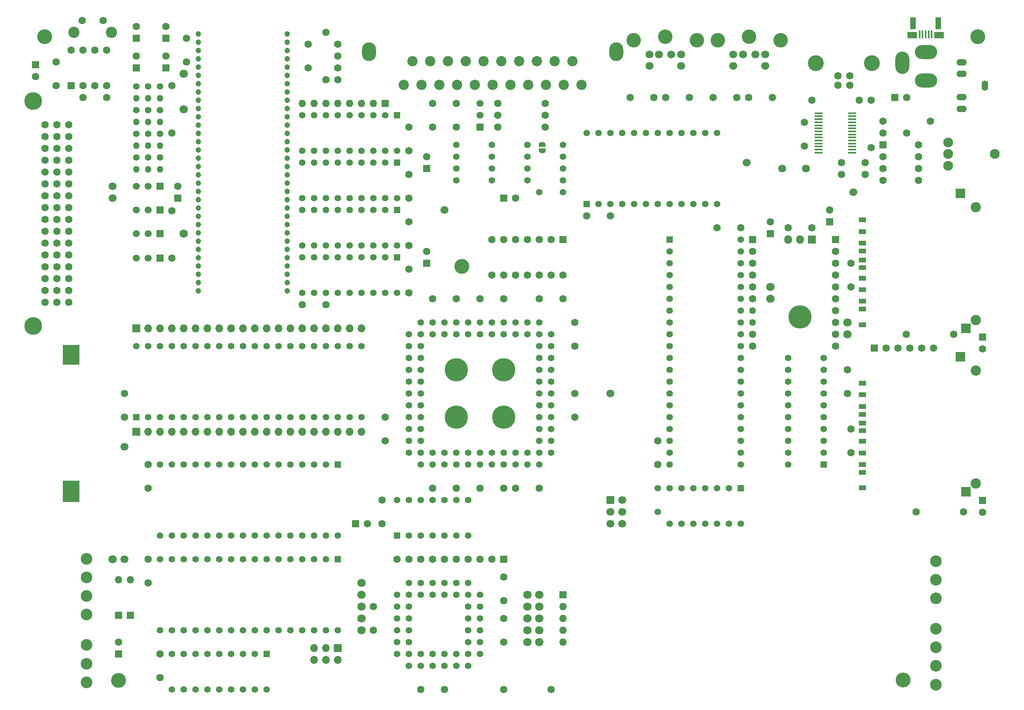
<source format=gts>
G04 #@! TF.GenerationSoftware,KiCad,Pcbnew,5.1.10*
G04 #@! TF.CreationDate,2021-05-26T01:04:42+02:00*
G04 #@! TF.ProjectId,main,6d61696e-2e6b-4696-9361-645f70636258,rev?*
G04 #@! TF.SameCoordinates,Original*
G04 #@! TF.FileFunction,Soldermask,Top*
G04 #@! TF.FilePolarity,Negative*
%FSLAX46Y46*%
G04 Gerber Fmt 4.6, Leading zero omitted, Abs format (unit mm)*
G04 Created by KiCad (PCBNEW 5.1.10) date 2021-05-26 01:04:42*
%MOMM*%
%LPD*%
G01*
G04 APERTURE LIST*
%ADD10C,1.422400*%
%ADD11R,1.422400X1.422400*%
%ADD12O,1.700000X1.700000*%
%ADD13R,1.700000X1.700000*%
%ADD14C,1.700000*%
%ADD15C,3.200000*%
%ADD16C,5.000000*%
%ADD17R,1.600000X1.600000*%
%ADD18C,1.600000*%
%ADD19C,3.800000*%
%ADD20C,2.100000*%
%ADD21R,1.750000X0.440000*%
%ADD22O,1.600000X1.600000*%
%ADD23C,2.200000*%
%ADD24O,3.000000X4.000000*%
%ADD25R,3.599180X4.599940*%
%ADD26R,3.599180X4.200000*%
%ADD27R,1.498600X0.998220*%
%ADD28R,2.000000X2.000000*%
%ADD29C,3.100000*%
%ADD30C,2.500000*%
%ADD31O,1.400000X2.200000*%
%ADD32O,2.200000X1.400000*%
%ADD33C,0.100000*%
%ADD34C,2.400000*%
%ADD35C,1.200000*%
%ADD36R,1.520000X1.520000*%
%ADD37C,1.520000*%
%ADD38C,1.800000*%
%ADD39O,1.400000X1.400000*%
%ADD40C,1.400000*%
%ADD41O,1.800000X1.800000*%
%ADD42R,1.800000X1.800000*%
%ADD43C,1.442000*%
%ADD44R,0.400000X1.750000*%
%ADD45R,2.000000X1.460000*%
%ADD46R,1.300000X2.600000*%
%ADD47O,4.800600X3.000000*%
%ADD48O,3.000000X4.800600*%
%ADD49C,3.400000*%
G04 APERTURE END LIST*
D10*
X170180000Y-124460000D03*
X154940000Y-116840000D03*
X167640000Y-124460000D03*
X157480000Y-116840000D03*
X165100000Y-124460000D03*
X160020000Y-116840000D03*
X162560000Y-124460000D03*
X162560000Y-116840000D03*
X160020000Y-124460000D03*
X165100000Y-116840000D03*
X157480000Y-124460000D03*
X167640000Y-116840000D03*
X154940000Y-124460000D03*
D11*
X170180000Y-116840000D03*
D12*
X78740000Y-153670000D03*
X78740000Y-151130000D03*
X81280000Y-153670000D03*
X81280000Y-151130000D03*
X83820000Y-153670000D03*
D13*
X83820000Y-151130000D03*
D14*
X179070000Y-48260000D03*
X194310000Y-53340000D03*
X142240000Y-96520000D03*
X171450000Y-46990000D03*
X184150000Y-48260000D03*
X106680000Y-57150000D03*
X35560000Y-52070000D03*
X38100000Y-107950000D03*
X38100000Y-132080000D03*
D15*
X21000000Y-20000000D03*
D10*
X137160000Y-40640000D03*
X165100000Y-55880000D03*
X139700000Y-40640000D03*
X162560000Y-55880000D03*
X142240000Y-40640000D03*
X160020000Y-55880000D03*
X144780000Y-40640000D03*
X157480000Y-55880000D03*
X147320000Y-40640000D03*
X154940000Y-55880000D03*
X149860000Y-40640000D03*
X152400000Y-55880000D03*
X152400000Y-40640000D03*
X149860000Y-55880000D03*
X154940000Y-40640000D03*
X147320000Y-55880000D03*
X157480000Y-40640000D03*
X144780000Y-55880000D03*
X160020000Y-40640000D03*
X142240000Y-55880000D03*
X162560000Y-40640000D03*
X139700000Y-55880000D03*
X165100000Y-40640000D03*
D11*
X137160000Y-55880000D03*
D10*
X114300000Y-83820000D03*
X114300000Y-81280000D03*
X111760000Y-81280000D03*
X111760000Y-83820000D03*
X109220000Y-81280000D03*
X109220000Y-83820000D03*
X106680000Y-81280000D03*
X106680000Y-83820000D03*
X104140000Y-81280000D03*
X104140000Y-83820000D03*
X101600000Y-81280000D03*
X99060000Y-83820000D03*
X101600000Y-83820000D03*
X99060000Y-86360000D03*
X101600000Y-86360000D03*
X99060000Y-88900000D03*
X101600000Y-88900000D03*
X99060000Y-91440000D03*
X101600000Y-91440000D03*
X99060000Y-93980000D03*
X101600000Y-93980000D03*
X99060000Y-96520000D03*
X101600000Y-96520000D03*
X99060000Y-99060000D03*
X101600000Y-99060000D03*
X99060000Y-101600000D03*
X101600000Y-101600000D03*
X99060000Y-109220000D03*
X99060000Y-104140000D03*
X101600000Y-104140000D03*
X99060000Y-106680000D03*
X101600000Y-106680000D03*
X101600000Y-111760000D03*
X101600000Y-109220000D03*
X104140000Y-111760000D03*
X104140000Y-109220000D03*
X106680000Y-111760000D03*
X106680000Y-109220000D03*
X109220000Y-111760000D03*
X109220000Y-109220000D03*
X111760000Y-111760000D03*
X111760000Y-109220000D03*
X114300000Y-111760000D03*
X114300000Y-109220000D03*
X116840000Y-111760000D03*
X116840000Y-109220000D03*
X119380000Y-111760000D03*
X119380000Y-109220000D03*
X121920000Y-111760000D03*
X121920000Y-109220000D03*
X124460000Y-111760000D03*
X124460000Y-109220000D03*
X127000000Y-111760000D03*
X129540000Y-109220000D03*
X127000000Y-109220000D03*
X129540000Y-106680000D03*
X127000000Y-106680000D03*
X129540000Y-104140000D03*
X127000000Y-104140000D03*
X129540000Y-101600000D03*
X127000000Y-101600000D03*
X129540000Y-99060000D03*
X127000000Y-99060000D03*
X129540000Y-96520000D03*
X127000000Y-96520000D03*
X129540000Y-93980000D03*
X127000000Y-93980000D03*
X129540000Y-91440000D03*
X127000000Y-91440000D03*
X129540000Y-88900000D03*
X127000000Y-88900000D03*
X129540000Y-86360000D03*
X127000000Y-86360000D03*
X129540000Y-83820000D03*
X127000000Y-81280000D03*
X127000000Y-83820000D03*
X124460000Y-81280000D03*
X124460000Y-83820000D03*
X121920000Y-81280000D03*
X121920000Y-83820000D03*
X119380000Y-81280000D03*
X119380000Y-83820000D03*
X116840000Y-81280000D03*
X116840000Y-83820000D03*
D16*
X109220000Y-101600000D03*
X119380000Y-101600000D03*
X119380000Y-91440000D03*
X109220000Y-91440000D03*
D17*
X132080000Y-63500000D03*
D18*
X116840000Y-71120000D03*
X129540000Y-63500000D03*
X119380000Y-71120000D03*
X127000000Y-63500000D03*
X121920000Y-71120000D03*
X124460000Y-63500000D03*
X124460000Y-71120000D03*
X121920000Y-63500000D03*
X127000000Y-71120000D03*
X119380000Y-63500000D03*
X129540000Y-71120000D03*
X116840000Y-63500000D03*
X132080000Y-71120000D03*
D10*
X96520000Y-74930000D03*
X76200000Y-67310000D03*
X93980000Y-74930000D03*
X78740000Y-67310000D03*
X91440000Y-74930000D03*
X81280000Y-67310000D03*
X88900000Y-74930000D03*
X83820000Y-67310000D03*
X86360000Y-74930000D03*
X86360000Y-67310000D03*
X83820000Y-74930000D03*
X88900000Y-67310000D03*
X81280000Y-74930000D03*
X91440000Y-67310000D03*
X78740000Y-74930000D03*
X93980000Y-67310000D03*
X76200000Y-74930000D03*
D11*
X96520000Y-67310000D03*
D15*
X110439200Y-69240400D03*
X205000000Y-158000000D03*
D18*
X26180000Y-77000000D03*
X26180000Y-74460000D03*
X26180000Y-71920000D03*
X26180000Y-69380000D03*
X26180000Y-66840000D03*
X26180000Y-64300000D03*
X26180000Y-61760000D03*
X26180000Y-59220000D03*
X26180000Y-56680000D03*
X26180000Y-54140000D03*
X26180000Y-51600000D03*
X26180000Y-49060000D03*
X26180000Y-46520000D03*
X26180000Y-43980000D03*
X26180000Y-41440000D03*
X26180000Y-38900000D03*
X23640000Y-77000000D03*
X23640000Y-74460000D03*
X23640000Y-71920000D03*
X23640000Y-69380000D03*
X23640000Y-66840000D03*
X23640000Y-64300000D03*
X23640000Y-61760000D03*
X23640000Y-59220000D03*
X23640000Y-56680000D03*
X23640000Y-54140000D03*
X23640000Y-51600000D03*
X23640000Y-49060000D03*
X23640000Y-46520000D03*
X23640000Y-43980000D03*
X23640000Y-41440000D03*
X23640000Y-38900000D03*
X21100000Y-77000000D03*
X21100000Y-74460000D03*
X21100000Y-71920000D03*
X21100000Y-69380000D03*
X21100000Y-66840000D03*
X21100000Y-64300000D03*
X21100000Y-61760000D03*
X21100000Y-59220000D03*
X21100000Y-56680000D03*
X21100000Y-54140000D03*
X21100000Y-51600000D03*
X21100000Y-49060000D03*
X21100000Y-46520000D03*
X21100000Y-43980000D03*
X21100000Y-41440000D03*
D19*
X18560000Y-82080000D03*
X18560000Y-33820000D03*
D18*
X21100000Y-38900000D03*
D20*
X214630000Y-42680000D03*
X214630000Y-45180000D03*
X214630000Y-47680000D03*
X224630000Y-45180000D03*
D21*
X194100000Y-36415000D03*
X194100000Y-37065000D03*
X194100000Y-37715000D03*
X194100000Y-38365000D03*
X194100000Y-39015000D03*
X194100000Y-39665000D03*
X194100000Y-40315000D03*
X194100000Y-40965000D03*
X194100000Y-41615000D03*
X194100000Y-42265000D03*
X194100000Y-42915000D03*
X194100000Y-43565000D03*
X194100000Y-44215000D03*
X194100000Y-44865000D03*
X186900000Y-44865000D03*
X186900000Y-44215000D03*
X186900000Y-43565000D03*
X186900000Y-42915000D03*
X186900000Y-42265000D03*
X186900000Y-41615000D03*
X186900000Y-40965000D03*
X186900000Y-40315000D03*
X186900000Y-39665000D03*
X186900000Y-39015000D03*
X186900000Y-38365000D03*
X186900000Y-37715000D03*
X186900000Y-37065000D03*
X186900000Y-36415000D03*
D10*
X68580000Y-160020000D03*
X48260000Y-152400000D03*
X66040000Y-160020000D03*
X50800000Y-152400000D03*
X63500000Y-160020000D03*
X53340000Y-152400000D03*
X60960000Y-160020000D03*
X55880000Y-152400000D03*
X58420000Y-160020000D03*
X58420000Y-152400000D03*
X55880000Y-160020000D03*
X60960000Y-152400000D03*
X53340000Y-160020000D03*
X63500000Y-152400000D03*
X50800000Y-160020000D03*
X66040000Y-152400000D03*
X48260000Y-160020000D03*
D11*
X68580000Y-152400000D03*
D17*
X39370000Y-144145000D03*
D22*
X39370000Y-136525000D03*
D10*
X40640000Y-86360000D03*
X88900000Y-101600000D03*
X43180000Y-86360000D03*
X86360000Y-101600000D03*
X45720000Y-86360000D03*
X83820000Y-101600000D03*
X48260000Y-86360000D03*
X81280000Y-101600000D03*
X50800000Y-86360000D03*
X78740000Y-101600000D03*
X53340000Y-86360000D03*
X76200000Y-101600000D03*
X55880000Y-86360000D03*
X73660000Y-101600000D03*
X58420000Y-86360000D03*
X71120000Y-101600000D03*
X60960000Y-86360000D03*
X68580000Y-101600000D03*
X63500000Y-86360000D03*
X66040000Y-101600000D03*
X66040000Y-86360000D03*
X63500000Y-101600000D03*
X68580000Y-86360000D03*
X60960000Y-101600000D03*
X71120000Y-86360000D03*
X58420000Y-101600000D03*
X73660000Y-86360000D03*
X55880000Y-101600000D03*
X76200000Y-86360000D03*
X53340000Y-101600000D03*
X78740000Y-86360000D03*
X50800000Y-101600000D03*
X81280000Y-86360000D03*
X48260000Y-101600000D03*
X83820000Y-86360000D03*
X45720000Y-101600000D03*
X86360000Y-86360000D03*
X43180000Y-101600000D03*
X88900000Y-86360000D03*
D11*
X40640000Y-101600000D03*
D15*
X221000000Y-20000000D03*
X36830000Y-158115000D03*
D23*
X97950000Y-30298640D03*
X99855000Y-25218640D03*
X101760000Y-30298640D03*
X103665000Y-25218640D03*
X105570000Y-30298640D03*
X107475000Y-25218640D03*
X109380000Y-30298640D03*
X111285000Y-25218640D03*
X113190000Y-30298640D03*
X115095000Y-25218640D03*
X117000000Y-30298640D03*
X118905000Y-25218640D03*
X120810000Y-30298640D03*
X122715000Y-25218640D03*
X124620000Y-30298640D03*
X126525000Y-25218640D03*
X128430000Y-30298640D03*
X130335000Y-25218640D03*
X132240000Y-30298640D03*
X134145000Y-25218640D03*
X136050000Y-30298640D03*
D24*
X90500180Y-23219660D03*
X143499820Y-23219660D03*
D25*
X26670000Y-117520720D03*
D26*
X26670000Y-88219280D03*
D18*
X132080000Y-76200000D03*
X127000000Y-76200000D03*
X38100000Y-101600000D03*
X38100000Y-96520000D03*
X43180000Y-116840000D03*
X43180000Y-111760000D03*
X43180000Y-132080000D03*
X43180000Y-137160000D03*
X93345000Y-119380000D03*
X93345000Y-124460000D03*
X23495000Y-30480000D03*
X23495000Y-25400000D03*
X29210000Y-33020000D03*
X34290000Y-33020000D03*
D17*
X19050000Y-26035000D03*
D18*
X19050000Y-28575000D03*
X114300000Y-76200000D03*
X119380000Y-76200000D03*
X134620000Y-86360000D03*
X134620000Y-81280000D03*
X134620000Y-96520000D03*
X134620000Y-101600000D03*
X114300000Y-116840000D03*
X119380000Y-116840000D03*
X127000000Y-116840000D03*
X121920000Y-116840000D03*
X109220000Y-116840000D03*
X104140000Y-116840000D03*
X93980000Y-101600000D03*
X93980000Y-106680000D03*
X109220000Y-76200000D03*
X104140000Y-76200000D03*
X83820000Y-24130000D03*
X83820000Y-21590000D03*
X83820000Y-29210000D03*
X83820000Y-26670000D03*
X99060000Y-69850000D03*
X99060000Y-74930000D03*
X99060000Y-64770000D03*
X99060000Y-59690000D03*
X99060000Y-49530000D03*
X99060000Y-54610000D03*
X99060000Y-44450000D03*
X99060000Y-39370000D03*
X49530000Y-52070000D03*
D17*
X49530000Y-54610000D03*
X102870000Y-48260000D03*
D18*
X102870000Y-45720000D03*
X102870000Y-66040000D03*
D17*
X102870000Y-68580000D03*
D18*
X40640000Y-17780000D03*
D17*
X40640000Y-20320000D03*
D18*
X51435000Y-20320000D03*
X51435000Y-25400000D03*
X81280000Y-77470000D03*
X76200000Y-77470000D03*
D17*
X46990000Y-26670000D03*
D18*
X46990000Y-24130000D03*
X193820000Y-104160000D03*
X193820000Y-109240000D03*
X193820000Y-68600000D03*
X193820000Y-73680000D03*
X193040000Y-96520000D03*
X193040000Y-91440000D03*
X183794400Y-38354000D03*
X183794400Y-43434000D03*
X191770000Y-49530000D03*
X196850000Y-49530000D03*
D17*
X87630000Y-124460000D03*
D18*
X90170000Y-124460000D03*
X191770000Y-46990000D03*
X196850000Y-46990000D03*
X146480000Y-33020000D03*
X151560000Y-33020000D03*
X154100000Y-33020000D03*
X159180000Y-33020000D03*
X164260000Y-33020000D03*
X169340000Y-33020000D03*
X171880000Y-33020000D03*
X176960000Y-33020000D03*
D10*
X152400000Y-116840000D03*
X152400000Y-121920000D03*
D18*
X170180000Y-60960000D03*
X165100000Y-60960000D03*
X142240000Y-58420000D03*
X137160000Y-58420000D03*
D10*
X127000000Y-53340000D03*
X132080000Y-53340000D03*
D18*
X121920000Y-54610000D03*
D17*
X119380000Y-54610000D03*
D18*
X104140000Y-34290000D03*
X104140000Y-39370000D03*
X109220000Y-39370000D03*
X109220000Y-34290000D03*
X205740000Y-40640000D03*
X200660000Y-40640000D03*
D17*
X203200000Y-33020000D03*
D18*
X205740000Y-33020000D03*
X222000000Y-122040000D03*
D17*
X222000000Y-119500000D03*
X222000000Y-84460000D03*
D18*
X222000000Y-87000000D03*
D22*
X36830000Y-136525000D03*
D17*
X36830000Y-144145000D03*
D23*
X220532200Y-115816848D03*
X220532200Y-91620808D03*
D27*
X196224400Y-116797288D03*
D28*
X217230000Y-88650000D03*
X218430000Y-117600000D03*
D27*
X196224400Y-101021348D03*
X196224400Y-94320828D03*
X196224400Y-113447028D03*
X196224400Y-111747768D03*
X196224400Y-109316988D03*
X196224400Y-106817628D03*
X196224400Y-104541788D03*
X196224400Y-102895868D03*
X196224400Y-99319548D03*
X196224400Y-96820188D03*
X196224400Y-61820188D03*
X196224400Y-64319548D03*
X196224400Y-67895868D03*
X196224400Y-69541788D03*
X196224400Y-71817628D03*
X196224400Y-74316988D03*
X196224400Y-76747768D03*
X196224400Y-78447028D03*
X196224400Y-59320828D03*
X196224400Y-66021348D03*
D28*
X218430000Y-82600000D03*
X217230000Y-53650000D03*
D27*
X196224400Y-81797288D03*
D23*
X220532200Y-56620808D03*
X220532200Y-80816848D03*
D14*
X152700000Y-23800000D03*
X155300000Y-23800000D03*
X150600000Y-26300000D03*
X157400000Y-26300000D03*
X150600000Y-23800000D03*
X157400000Y-23800000D03*
D29*
X160750000Y-20800000D03*
X154000000Y-20000000D03*
X147250000Y-20800000D03*
X165250000Y-20800000D03*
X172000000Y-20000000D03*
X178750000Y-20800000D03*
D14*
X175400000Y-23800000D03*
X168600000Y-23800000D03*
X175400000Y-26300000D03*
X168600000Y-26300000D03*
X173300000Y-23800000D03*
X170700000Y-23800000D03*
D30*
X30000000Y-158500000D03*
X30000000Y-154500000D03*
X30000000Y-150500000D03*
X30000000Y-144000000D03*
X30000000Y-140000000D03*
X30000000Y-136000000D03*
X30000000Y-132000000D03*
X212000000Y-159000000D03*
X212000000Y-155000000D03*
X212000000Y-151000000D03*
X212000000Y-147000000D03*
X212000000Y-140500000D03*
X212000000Y-136500000D03*
X212000000Y-132500000D03*
D31*
X222500000Y-30500000D03*
D32*
X217500000Y-33000000D03*
X217500000Y-35500000D03*
X217500000Y-28000000D03*
X217500000Y-25500000D03*
D33*
G36*
X126885000Y-43650000D02*
G01*
X126885000Y-43150000D01*
X126885602Y-43150000D01*
X126885602Y-43125466D01*
X126890412Y-43076635D01*
X126899984Y-43028510D01*
X126914228Y-42981555D01*
X126933005Y-42936222D01*
X126956136Y-42892949D01*
X126983396Y-42852150D01*
X127014524Y-42814221D01*
X127049221Y-42779524D01*
X127087150Y-42748396D01*
X127127949Y-42721136D01*
X127171222Y-42698005D01*
X127216555Y-42679228D01*
X127263510Y-42664984D01*
X127311635Y-42655412D01*
X127360466Y-42650602D01*
X127385000Y-42650602D01*
X127385000Y-42650000D01*
X127885000Y-42650000D01*
X127885000Y-42650602D01*
X127909534Y-42650602D01*
X127958365Y-42655412D01*
X128006490Y-42664984D01*
X128053445Y-42679228D01*
X128098778Y-42698005D01*
X128142051Y-42721136D01*
X128182850Y-42748396D01*
X128220779Y-42779524D01*
X128255476Y-42814221D01*
X128286604Y-42852150D01*
X128313864Y-42892949D01*
X128336995Y-42936222D01*
X128355772Y-42981555D01*
X128370016Y-43028510D01*
X128379588Y-43076635D01*
X128384398Y-43125466D01*
X128384398Y-43150000D01*
X128385000Y-43150000D01*
X128385000Y-43650000D01*
X126885000Y-43650000D01*
G37*
G36*
X128384398Y-44450000D02*
G01*
X128384398Y-44474534D01*
X128379588Y-44523365D01*
X128370016Y-44571490D01*
X128355772Y-44618445D01*
X128336995Y-44663778D01*
X128313864Y-44707051D01*
X128286604Y-44747850D01*
X128255476Y-44785779D01*
X128220779Y-44820476D01*
X128182850Y-44851604D01*
X128142051Y-44878864D01*
X128098778Y-44901995D01*
X128053445Y-44920772D01*
X128006490Y-44935016D01*
X127958365Y-44944588D01*
X127909534Y-44949398D01*
X127885000Y-44949398D01*
X127885000Y-44950000D01*
X127385000Y-44950000D01*
X127385000Y-44949398D01*
X127360466Y-44949398D01*
X127311635Y-44944588D01*
X127263510Y-44935016D01*
X127216555Y-44920772D01*
X127171222Y-44901995D01*
X127127949Y-44878864D01*
X127087150Y-44851604D01*
X127049221Y-44820476D01*
X127014524Y-44785779D01*
X126983396Y-44747850D01*
X126956136Y-44707051D01*
X126933005Y-44663778D01*
X126914228Y-44618445D01*
X126899984Y-44571490D01*
X126890412Y-44523365D01*
X126885602Y-44474534D01*
X126885602Y-44450000D01*
X126885000Y-44450000D01*
X126885000Y-43950000D01*
X128385000Y-43950000D01*
X128385000Y-44450000D01*
X128384398Y-44450000D01*
G37*
D18*
X81280000Y-19050000D03*
X81280000Y-29210000D03*
X207790000Y-121940000D03*
X217950000Y-121940000D03*
X205656400Y-83865400D03*
X215816400Y-83865400D03*
X195580000Y-33655000D03*
X185420000Y-33655000D03*
X198120000Y-43815000D03*
X198120000Y-33655000D03*
X200660000Y-38100000D03*
X210820000Y-38100000D03*
X211523800Y-86837200D03*
X208983800Y-86837200D03*
X206443800Y-86837200D03*
X203903800Y-86837200D03*
X201363800Y-86837200D03*
D17*
X198823800Y-86837200D03*
D18*
X29055060Y-16550640D03*
D34*
X27305000Y-19050000D03*
X35306000Y-19050000D03*
D18*
X33555940Y-16550640D03*
X26670000Y-22860000D03*
X34290000Y-30480000D03*
X29210000Y-22860000D03*
X31750000Y-30480000D03*
X31750000Y-22860000D03*
X29210000Y-30480000D03*
X34290000Y-22860000D03*
D17*
X26670000Y-30480000D03*
D10*
X96520000Y-119380000D03*
X111760000Y-127000000D03*
X99060000Y-119380000D03*
X109220000Y-127000000D03*
X101600000Y-119380000D03*
X106680000Y-127000000D03*
X104140000Y-119380000D03*
X104140000Y-127000000D03*
X106680000Y-119380000D03*
X101600000Y-127000000D03*
X109220000Y-119380000D03*
X99060000Y-127000000D03*
X111760000Y-119380000D03*
D11*
X96520000Y-127000000D03*
X83820000Y-111760000D03*
D10*
X55880000Y-127000000D03*
X81280000Y-111760000D03*
X58420000Y-127000000D03*
X78740000Y-111760000D03*
X60960000Y-127000000D03*
X76200000Y-111760000D03*
X63500000Y-127000000D03*
X73660000Y-111760000D03*
X66040000Y-127000000D03*
X71120000Y-111760000D03*
X68580000Y-127000000D03*
X68580000Y-111760000D03*
X71120000Y-127000000D03*
X66040000Y-111760000D03*
X73660000Y-127000000D03*
X63500000Y-111760000D03*
X76200000Y-127000000D03*
X60960000Y-111760000D03*
X78740000Y-127000000D03*
X58420000Y-111760000D03*
X81280000Y-127000000D03*
X55880000Y-111760000D03*
X83820000Y-127000000D03*
X53340000Y-111760000D03*
X50800000Y-111760000D03*
X48260000Y-111760000D03*
X45720000Y-111760000D03*
X45720000Y-127000000D03*
X48260000Y-127000000D03*
X50800000Y-127000000D03*
X53340000Y-127000000D03*
D11*
X96520000Y-46990000D03*
D10*
X76200000Y-54610000D03*
X93980000Y-46990000D03*
X78740000Y-54610000D03*
X91440000Y-46990000D03*
X81280000Y-54610000D03*
X88900000Y-46990000D03*
X83820000Y-54610000D03*
X86360000Y-46990000D03*
X86360000Y-54610000D03*
X83820000Y-46990000D03*
X88900000Y-54610000D03*
X81280000Y-46990000D03*
X91440000Y-54610000D03*
X78740000Y-46990000D03*
X93980000Y-54610000D03*
X76200000Y-46990000D03*
X96520000Y-54610000D03*
X96520000Y-64770000D03*
X76200000Y-57150000D03*
X93980000Y-64770000D03*
X78740000Y-57150000D03*
X91440000Y-64770000D03*
X81280000Y-57150000D03*
X88900000Y-64770000D03*
X83820000Y-57150000D03*
X86360000Y-64770000D03*
X86360000Y-57150000D03*
X83820000Y-64770000D03*
X88900000Y-57150000D03*
X81280000Y-64770000D03*
X91440000Y-57150000D03*
X78740000Y-64770000D03*
X93980000Y-57150000D03*
X76200000Y-64770000D03*
D11*
X96520000Y-57150000D03*
X96520000Y-36830000D03*
D10*
X76200000Y-44450000D03*
X93980000Y-36830000D03*
X78740000Y-44450000D03*
X91440000Y-36830000D03*
X81280000Y-44450000D03*
X88900000Y-36830000D03*
X83820000Y-44450000D03*
X86360000Y-36830000D03*
X86360000Y-44450000D03*
X83820000Y-36830000D03*
X88900000Y-44450000D03*
X81280000Y-36830000D03*
X91440000Y-44450000D03*
X78740000Y-36830000D03*
X93980000Y-44450000D03*
X76200000Y-36830000D03*
X96520000Y-44450000D03*
D35*
X53975000Y-19431000D03*
X53975000Y-21209000D03*
X53975000Y-22987000D03*
X53975000Y-24765000D03*
X53975000Y-26543000D03*
X53975000Y-28321000D03*
X53975000Y-30099000D03*
X53975000Y-31877000D03*
X53975000Y-33655000D03*
X53975000Y-35433000D03*
X53975000Y-37211000D03*
X53975000Y-38989000D03*
X53975000Y-40767000D03*
X53975000Y-42545000D03*
X53975000Y-44323000D03*
X53975000Y-46101000D03*
X53975000Y-47879000D03*
X53975000Y-49657000D03*
X53975000Y-51435000D03*
X53975000Y-53213000D03*
X53975000Y-54991000D03*
X53975000Y-56769000D03*
X53975000Y-58547000D03*
X53975000Y-60325000D03*
X53975000Y-62103000D03*
X53975000Y-63881000D03*
X53975000Y-65659000D03*
X53975000Y-67437000D03*
X53975000Y-69215000D03*
X53975000Y-70993000D03*
X53975000Y-72771000D03*
X53975000Y-74549000D03*
X73025000Y-19431000D03*
X73025000Y-21209000D03*
X73025000Y-22987000D03*
X73025000Y-24765000D03*
X73025000Y-26543000D03*
X73025000Y-28321000D03*
X73025000Y-30099000D03*
X73025000Y-31877000D03*
X73025000Y-33655000D03*
X73025000Y-35433000D03*
X73025000Y-37211000D03*
X73025000Y-38989000D03*
X73025000Y-40767000D03*
X73025000Y-42545000D03*
X73025000Y-44323000D03*
X73025000Y-46101000D03*
X73025000Y-47879000D03*
X73025000Y-49657000D03*
X73025000Y-51435000D03*
X73025000Y-53213000D03*
X73025000Y-54991000D03*
X73025000Y-56769000D03*
X73025000Y-58547000D03*
X73025000Y-60325000D03*
X73025000Y-62103000D03*
X73025000Y-63881000D03*
X73025000Y-65659000D03*
X73025000Y-67437000D03*
X73025000Y-69215000D03*
X73025000Y-70993000D03*
X73025000Y-72771000D03*
X73025000Y-74549000D03*
D10*
X180340000Y-111760000D03*
X187960000Y-88900000D03*
X180340000Y-109220000D03*
X187960000Y-91440000D03*
X180340000Y-106680000D03*
X187960000Y-93980000D03*
X180340000Y-104140000D03*
X187960000Y-96520000D03*
X180340000Y-101600000D03*
X187960000Y-99060000D03*
X180340000Y-99060000D03*
X187960000Y-101600000D03*
X180340000Y-96520000D03*
X187960000Y-104140000D03*
X180340000Y-93980000D03*
X187960000Y-106680000D03*
X180340000Y-91440000D03*
X187960000Y-109220000D03*
X180340000Y-88900000D03*
D11*
X187960000Y-111760000D03*
D10*
X170180000Y-63500000D03*
X154940000Y-111760000D03*
X170180000Y-66040000D03*
X154940000Y-109220000D03*
X170180000Y-68580000D03*
X154940000Y-106680000D03*
X170180000Y-71120000D03*
X154940000Y-104140000D03*
X170180000Y-73660000D03*
X154940000Y-101600000D03*
X170180000Y-76200000D03*
X154940000Y-99060000D03*
X170180000Y-78740000D03*
X154940000Y-96520000D03*
X170180000Y-81280000D03*
X154940000Y-93980000D03*
X170180000Y-83820000D03*
X154940000Y-91440000D03*
X170180000Y-86360000D03*
X154940000Y-88900000D03*
X170180000Y-88900000D03*
X154940000Y-86360000D03*
X170180000Y-91440000D03*
X154940000Y-83820000D03*
X170180000Y-93980000D03*
X154940000Y-81280000D03*
X170180000Y-96520000D03*
X154940000Y-78740000D03*
X170180000Y-99060000D03*
X154940000Y-76200000D03*
X170180000Y-101600000D03*
X154940000Y-73660000D03*
X170180000Y-104140000D03*
X154940000Y-71120000D03*
X170180000Y-106680000D03*
X154940000Y-68580000D03*
X170180000Y-109220000D03*
X154940000Y-66040000D03*
X170180000Y-111760000D03*
D11*
X154940000Y-63500000D03*
D10*
X109220000Y-50800000D03*
X116840000Y-43180000D03*
X109220000Y-48260000D03*
X116840000Y-45720000D03*
X109220000Y-45720000D03*
X116840000Y-48260000D03*
X109220000Y-43180000D03*
X116840000Y-50800000D03*
X132080000Y-50800000D03*
X124460000Y-43180000D03*
X132080000Y-48260000D03*
X124460000Y-45720000D03*
X132080000Y-45720000D03*
X124460000Y-48260000D03*
X132080000Y-43180000D03*
X124460000Y-50800000D03*
D17*
X200660000Y-43180000D03*
D18*
X208280000Y-50800000D03*
X200660000Y-45720000D03*
X208280000Y-48260000D03*
X200660000Y-48260000D03*
X208280000Y-45720000D03*
X200660000Y-50800000D03*
X208280000Y-43180000D03*
X77470000Y-26670000D03*
X77470000Y-21590000D03*
D10*
X53340000Y-147320000D03*
X50800000Y-147320000D03*
X48260000Y-147320000D03*
X45720000Y-147320000D03*
X45720000Y-132080000D03*
X48260000Y-132080000D03*
X50800000Y-132080000D03*
X53340000Y-132080000D03*
X83820000Y-147320000D03*
X55880000Y-132080000D03*
X81280000Y-147320000D03*
X58420000Y-132080000D03*
X78740000Y-147320000D03*
X60960000Y-132080000D03*
X76200000Y-147320000D03*
X63500000Y-132080000D03*
X73660000Y-147320000D03*
X66040000Y-132080000D03*
X71120000Y-147320000D03*
X68580000Y-132080000D03*
X68580000Y-147320000D03*
X71120000Y-132080000D03*
X66040000Y-147320000D03*
X73660000Y-132080000D03*
X63500000Y-147320000D03*
X76200000Y-132080000D03*
X60960000Y-147320000D03*
X78740000Y-132080000D03*
X58420000Y-147320000D03*
X81280000Y-132080000D03*
X55880000Y-147320000D03*
D11*
X83820000Y-132080000D03*
D17*
X93980000Y-34290000D03*
D22*
X91440000Y-34290000D03*
X88900000Y-34290000D03*
X86360000Y-34290000D03*
X83820000Y-34290000D03*
X81280000Y-34290000D03*
X78740000Y-34290000D03*
X76200000Y-34290000D03*
D18*
X190500000Y-86360000D03*
X190500000Y-83820000D03*
X190500000Y-81280000D03*
X190500000Y-78740000D03*
X190500000Y-76200000D03*
X190500000Y-73660000D03*
X190500000Y-71120000D03*
X190500000Y-68580000D03*
X190500000Y-66040000D03*
D17*
X190500000Y-63500000D03*
X40640000Y-26670000D03*
D18*
X40640000Y-24130000D03*
X46990000Y-17780000D03*
D17*
X46990000Y-20320000D03*
D36*
X45720000Y-62230000D03*
D37*
X40640000Y-62230000D03*
X43180000Y-62230000D03*
X43180000Y-67470000D03*
X40640000Y-67470000D03*
D36*
X45720000Y-67470000D03*
D37*
X43180000Y-57150000D03*
X40640000Y-57150000D03*
D36*
X45720000Y-57150000D03*
X45720000Y-52070000D03*
D37*
X40640000Y-52070000D03*
X43180000Y-52070000D03*
D17*
X36830000Y-152400000D03*
D18*
X36830000Y-149860000D03*
X45720000Y-157480000D03*
X45720000Y-152400000D03*
X96520000Y-132080000D03*
X99060000Y-132080000D03*
X101600000Y-132080000D03*
X104140000Y-132080000D03*
X106680000Y-132080000D03*
X109220000Y-132080000D03*
X111760000Y-132080000D03*
X114300000Y-132080000D03*
X116840000Y-132080000D03*
D17*
X119380000Y-132080000D03*
D18*
X101600000Y-160020000D03*
X106680000Y-160020000D03*
X91440000Y-147320000D03*
X91440000Y-142240000D03*
X119380000Y-135890000D03*
X119380000Y-140970000D03*
X119380000Y-144780000D03*
X119380000Y-149860000D03*
D38*
X127000000Y-139700000D03*
X124460000Y-139700000D03*
X124460000Y-142240000D03*
X127000000Y-142240000D03*
X127000000Y-149860000D03*
X124460000Y-149860000D03*
X127000000Y-147320000D03*
X124460000Y-147320000D03*
X127000000Y-144780000D03*
X124460000Y-144780000D03*
D39*
X40640000Y-38260000D03*
D40*
X40640000Y-35720000D03*
X45720000Y-45880000D03*
D39*
X45720000Y-48420000D03*
X43180000Y-48420000D03*
D40*
X43180000Y-45880000D03*
X40640000Y-45880000D03*
D39*
X40640000Y-48420000D03*
X45720000Y-38260000D03*
D40*
X45720000Y-35720000D03*
D39*
X45720000Y-43340000D03*
D40*
X45720000Y-40800000D03*
X43180000Y-40800000D03*
D39*
X43180000Y-43340000D03*
X43180000Y-38260000D03*
D40*
X43180000Y-35720000D03*
X40640000Y-40800000D03*
D39*
X40640000Y-43340000D03*
X45720000Y-33180000D03*
D40*
X45720000Y-30640000D03*
X43180000Y-30640000D03*
D39*
X43180000Y-33180000D03*
X40640000Y-33180000D03*
D40*
X40640000Y-30640000D03*
D17*
X189230000Y-59690000D03*
D18*
X189230000Y-57150000D03*
X185420000Y-60960000D03*
X180340000Y-60960000D03*
D17*
X176530000Y-62230000D03*
D18*
X176530000Y-59690000D03*
D41*
X180340000Y-63500000D03*
X182880000Y-63500000D03*
D42*
X185420000Y-63500000D03*
D16*
X182880000Y-80160000D03*
D18*
X152400000Y-106680000D03*
X152400000Y-111760000D03*
X172720000Y-86360000D03*
X172720000Y-83820000D03*
D43*
X172720000Y-81280000D03*
X172720000Y-78740000D03*
D18*
X172720000Y-76200000D03*
X172720000Y-73660000D03*
X172720000Y-71120000D03*
X172720000Y-68580000D03*
X172720000Y-66040000D03*
D17*
X172720000Y-63500000D03*
D18*
X48260000Y-30480000D03*
X48260000Y-40640000D03*
D12*
X88900000Y-104775000D03*
X86360000Y-104775000D03*
X83820000Y-104775000D03*
X81280000Y-104775000D03*
X78740000Y-104775000D03*
X76200000Y-104775000D03*
X73660000Y-104775000D03*
X71120000Y-104775000D03*
X68580000Y-104775000D03*
X66040000Y-104775000D03*
X63500000Y-104775000D03*
X60960000Y-104775000D03*
X58420000Y-104775000D03*
X55880000Y-104775000D03*
X53340000Y-104775000D03*
X50800000Y-104775000D03*
X48260000Y-104775000D03*
X45720000Y-104775000D03*
X43180000Y-104775000D03*
D13*
X40640000Y-104775000D03*
X40640000Y-82550000D03*
D12*
X43180000Y-82550000D03*
X45720000Y-82550000D03*
X48260000Y-82550000D03*
X50800000Y-82550000D03*
X53340000Y-82550000D03*
X55880000Y-82550000D03*
X58420000Y-82550000D03*
X60960000Y-82550000D03*
X63500000Y-82550000D03*
X66040000Y-82550000D03*
X68580000Y-82550000D03*
X71120000Y-82550000D03*
X73660000Y-82550000D03*
X76200000Y-82550000D03*
X78740000Y-82550000D03*
X81280000Y-82550000D03*
X83820000Y-82550000D03*
X86360000Y-82550000D03*
X88900000Y-82550000D03*
D38*
X88900000Y-147320000D03*
X88900000Y-144780000D03*
X88900000Y-142240000D03*
X88900000Y-139700000D03*
X88900000Y-137160000D03*
X50800000Y-35560000D03*
X50800000Y-27940000D03*
X176530000Y-73660000D03*
X176530000Y-76200000D03*
X50800000Y-62230000D03*
X193040000Y-83820000D03*
X193040000Y-81280000D03*
X35560000Y-132080000D03*
D10*
X114300000Y-139700000D03*
X114300000Y-142240000D03*
X114300000Y-144780000D03*
X114300000Y-147320000D03*
X114300000Y-149860000D03*
X114300000Y-152400000D03*
X111760000Y-137160000D03*
X111760000Y-142240000D03*
X111760000Y-144780000D03*
X111760000Y-147320000D03*
X111760000Y-149860000D03*
X111760000Y-154940000D03*
X109220000Y-154940000D03*
X106680000Y-154940000D03*
X104140000Y-154940000D03*
X101600000Y-154940000D03*
X99060000Y-154940000D03*
X111760000Y-152400000D03*
X109220000Y-152400000D03*
X106680000Y-152400000D03*
X104140000Y-152400000D03*
X101600000Y-152400000D03*
X99060000Y-152400000D03*
X96520000Y-152400000D03*
X96520000Y-149860000D03*
X96520000Y-147320000D03*
X96520000Y-144780000D03*
X96520000Y-142240000D03*
X96520000Y-139700000D03*
X99060000Y-149860000D03*
X99060000Y-147320000D03*
X99060000Y-144780000D03*
X99060000Y-142240000D03*
X99060000Y-139700000D03*
X111760000Y-137160000D03*
X109220000Y-137160000D03*
X106680000Y-137160000D03*
X99060000Y-137160000D03*
X101600000Y-137160000D03*
X104140000Y-137160000D03*
X114300000Y-139700000D03*
X111760000Y-139700000D03*
X109220000Y-139700000D03*
X101600000Y-139700000D03*
X104140000Y-139700000D03*
X106680000Y-139700000D03*
D37*
X114300000Y-36830000D03*
X114300000Y-34290000D03*
D36*
X114300000Y-39370000D03*
D18*
X128270000Y-36830000D03*
X118110000Y-36830000D03*
X128270000Y-39370000D03*
X118110000Y-39370000D03*
X128270000Y-34290000D03*
X118110000Y-34290000D03*
X119380000Y-160020000D03*
X129540000Y-160020000D03*
X48260000Y-67470000D03*
X48260000Y-57310000D03*
D44*
X209819000Y-19536600D03*
X211119000Y-19536600D03*
X210469000Y-19536600D03*
X208519000Y-19536600D03*
X209169000Y-19536600D03*
D45*
X212719000Y-19661600D03*
X206919000Y-19661600D03*
D46*
X212544000Y-17111600D03*
X207094000Y-17111600D03*
D47*
X209854800Y-23317200D03*
X209854800Y-29413200D03*
D48*
X204774800Y-25603200D03*
D18*
X193540000Y-30400000D03*
X191000000Y-30400000D03*
X191000000Y-28401020D03*
X193540000Y-28401020D03*
D49*
X198269480Y-25701000D03*
X186270520Y-25701000D03*
D14*
X35560000Y-54610000D03*
D17*
X132080000Y-139700000D03*
D22*
X132080000Y-142240000D03*
X132080000Y-144780000D03*
X132080000Y-147320000D03*
X132080000Y-149860000D03*
G36*
G01*
X141390000Y-119980000D02*
X141390000Y-118780000D01*
G75*
G02*
X141640000Y-118530000I250000J0D01*
G01*
X142840000Y-118530000D01*
G75*
G02*
X143090000Y-118780000I0J-250000D01*
G01*
X143090000Y-119980000D01*
G75*
G02*
X142840000Y-120230000I-250000J0D01*
G01*
X141640000Y-120230000D01*
G75*
G02*
X141390000Y-119980000I0J250000D01*
G01*
G37*
D14*
X142240000Y-121920000D03*
X142240000Y-124460000D03*
X144780000Y-119380000D03*
X144780000Y-121920000D03*
X144780000Y-124460000D03*
M02*

</source>
